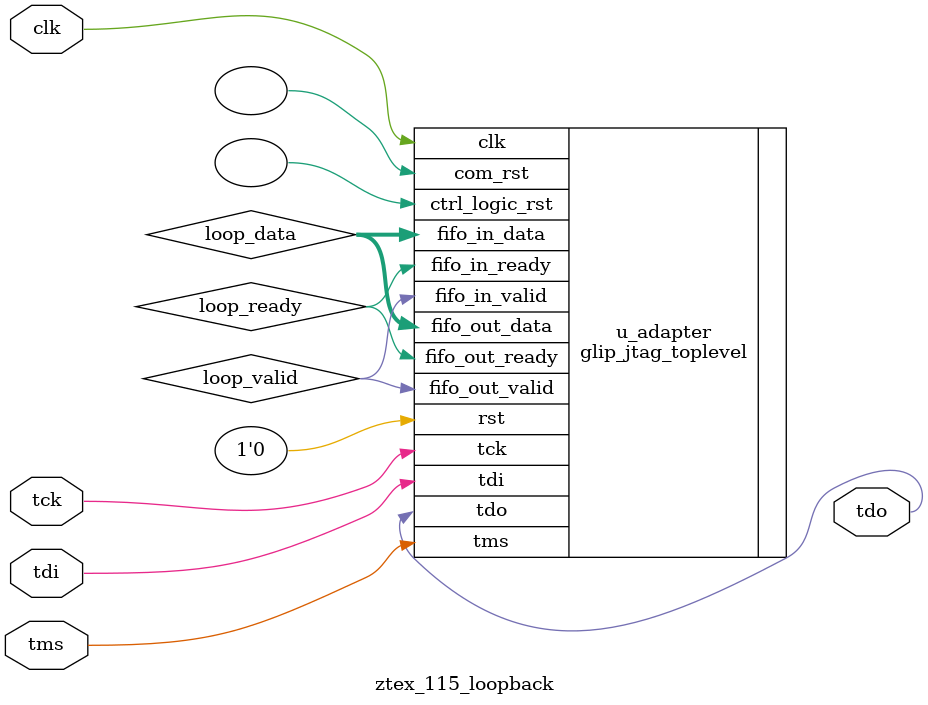
<source format=v>
/* Copyright (c) 2014 by the author(s)
 *
 * Permission is hereby granted, free of charge, to any person obtaining a copy
 * of this software and associated documentation files (the "Software"), to deal
 * in the Software without restriction, including without limitation the rights
 * to use, copy, modify, merge, publish, distribute, sublicense, and/or sell
 * copies of the Software, and to permit persons to whom the Software is
 * furnished to do so, subject to the following conditions:
 *
 * The above copyright notice and this permission notice shall be included in
 * all copies or substantial portions of the Software.
 *
 * THE SOFTWARE IS PROVIDED "AS IS", WITHOUT WARRANTY OF ANY KIND, EXPRESS OR
 * IMPLIED, INCLUDING BUT NOT LIMITED TO THE WARRANTIES OF MERCHANTABILITY,
 * FITNESS FOR A PARTICULAR PURPOSE AND NONINFRINGEMENT. IN NO EVENT SHALL THE
 * AUTHORS OR COPYRIGHT HOLDERS BE LIABLE FOR ANY CLAIM, DAMAGES OR OTHER
 * LIABILITY, WHETHER IN AN ACTION OF CONTRACT, TORT OR OTHERWISE, ARISING FROM,
 * OUT OF OR IN CONNECTION WITH THE SOFTWARE OR THE USE OR OTHER DEALINGS IN
 * THE SOFTWARE.
 *
 * =============================================================================
 *
 * GLIP JTAG Looback example for the ZTEX 1.15d boards
 *
 * Author(s):
 *   Jan Alexander Wessel <jan.wessel@tum.de>
 */
module ztex_115_loopback (  /*AUTOARG*/
  // Outputs
  tdo,
  // Inputs
  tck,
  tms,
  tdi,
  clk
);

  input tck, tms, tdi;
  output tdo;

  input clk;

  parameter WORD_WIDTH = 16;

  wire [WORD_WIDTH-1:0] loop_data;
  wire                  loop_valid;
  wire                  loop_ready;

  glip_jtag_toplevel #(
    .WORD_WIDTH(WORD_WIDTH)
  ) u_adapter (
    .fifo_out_ready(loop_ready),
    .fifo_in_valid (loop_valid),
    .fifo_in_data  (loop_data),
    .fifo_out_valid(loop_valid),
    .fifo_out_data (loop_data),
    .fifo_in_ready (loop_ready),

    .rst           (1'b0),
    .com_rst       (),
    .ctrl_logic_rst(),

    /*AUTOINST*/
    // Outputs
    .tdo(tdo),
    // Inputs
    .clk(clk),
    .tck(tck),
    .tms(tms),
    .tdi(tdi)
  );
endmodule

// Local Variables:
// verilog-library-directories:("." "../../verilog/")
// verilog-auto-inst-param-value: t
// End:


</source>
